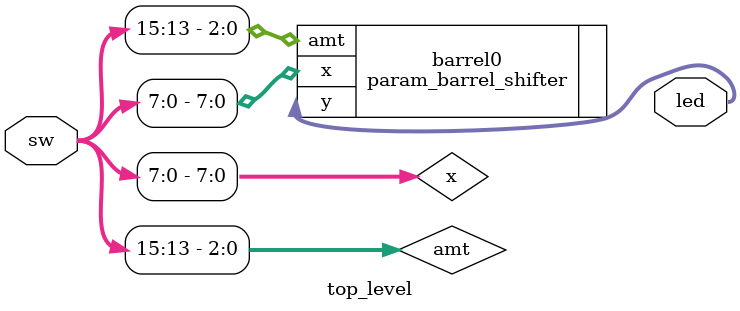
<source format=sv>
module top_level
	#(N = 7)
	(
		input logic [15:0] sw,
		output logic [N:0] led
    );
   
   //signals
   logic [2:0] amt;
   logic [N:0] x;
   
   assign x = sw[N:0];
   assign amt = sw[15:13];
   param_barrel_shifter #(.N(N)) barrel0 (.amt(amt),.x(x),.y(led));
endmodule

</source>
